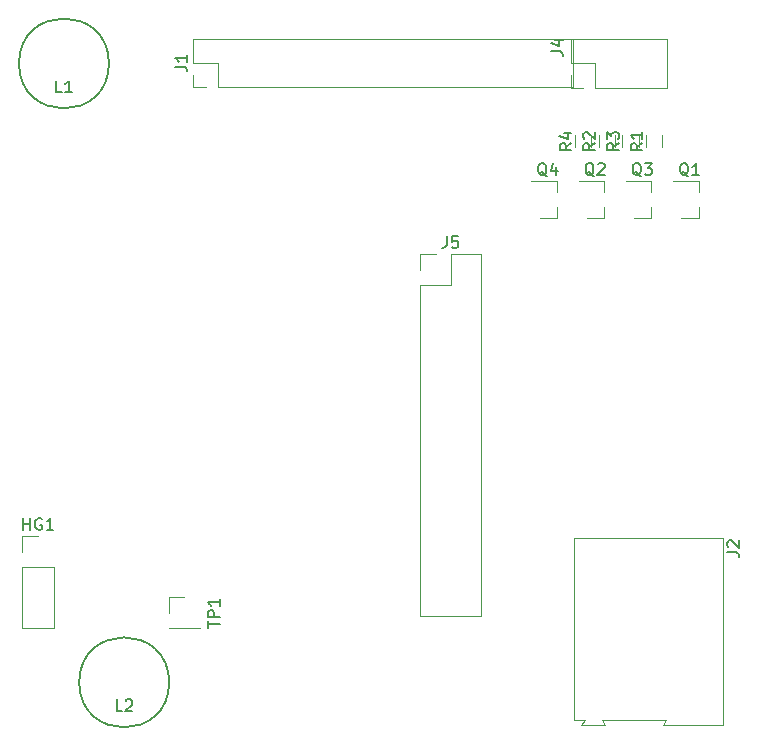
<source format=gto>
G04 #@! TF.FileFunction,Legend,Top*
%FSLAX46Y46*%
G04 Gerber Fmt 4.6, Leading zero omitted, Abs format (unit mm)*
G04 Created by KiCad (PCBNEW 4.0.6) date 04/04/18 23:00:04*
%MOMM*%
%LPD*%
G01*
G04 APERTURE LIST*
%ADD10C,0.100000*%
%ADD11C,0.120000*%
%ADD12C,0.150000*%
G04 APERTURE END LIST*
D10*
D11*
X46870000Y9370000D02*
X49530000Y9370000D01*
X46870000Y9430000D02*
X46870000Y9370000D01*
X49530000Y9430000D02*
X49530000Y9370000D01*
X46870000Y9430000D02*
X49530000Y9430000D01*
X46870000Y10700000D02*
X46870000Y12030000D01*
X46870000Y12030000D02*
X48200000Y12030000D01*
X93760000Y17050000D02*
X81160000Y17050000D01*
X81160000Y17050000D02*
X81160000Y1650000D01*
X81160000Y1650000D02*
X82110000Y1650000D01*
X82110000Y1650000D02*
X81810000Y1150000D01*
X81810000Y1150000D02*
X83810000Y1150000D01*
X83810000Y1150000D02*
X83560000Y1650000D01*
X83560000Y1650000D02*
X88960000Y1650000D01*
X88960000Y1650000D02*
X88710000Y1150000D01*
X88710000Y1150000D02*
X93760000Y1150000D01*
X93760000Y1150000D02*
X93760000Y17050000D01*
X68130000Y10430000D02*
X73330000Y10430000D01*
X68130000Y38430000D02*
X68130000Y10430000D01*
X73330000Y41030000D02*
X73330000Y10430000D01*
X68130000Y38430000D02*
X70730000Y38430000D01*
X70730000Y38430000D02*
X70730000Y41030000D01*
X70730000Y41030000D02*
X73330000Y41030000D01*
X68130000Y39700000D02*
X68130000Y41030000D01*
X68130000Y41030000D02*
X69460000Y41030000D01*
X81085000Y55190000D02*
X81085000Y59310000D01*
X51025000Y55190000D02*
X81085000Y55190000D01*
X48965000Y59310000D02*
X81085000Y59310000D01*
X51025000Y55190000D02*
X51025000Y57250000D01*
X51025000Y57250000D02*
X48965000Y57250000D01*
X48965000Y57250000D02*
X48965000Y59310000D01*
X50025000Y55190000D02*
X48965000Y55190000D01*
X48965000Y55190000D02*
X48965000Y56250000D01*
X89029857Y55143413D02*
X89029857Y59263413D01*
X82969857Y55143413D02*
X89029857Y55143413D01*
X80909857Y59263413D02*
X89029857Y59263413D01*
X82969857Y55143413D02*
X82969857Y57203413D01*
X82969857Y57203413D02*
X80909857Y57203413D01*
X80909857Y57203413D02*
X80909857Y59263413D01*
X81969857Y55143413D02*
X80909857Y55143413D01*
X80909857Y55143413D02*
X80909857Y56203413D01*
D12*
X41810000Y57200000D02*
G75*
G03X41810000Y57200000I-3810000J0D01*
G01*
X46910000Y4800000D02*
G75*
G03X46910000Y4800000I-3810000J0D01*
G01*
D11*
X34470000Y9430000D02*
X37130000Y9430000D01*
X34470000Y14570000D02*
X34470000Y9430000D01*
X37130000Y14570000D02*
X37130000Y9430000D01*
X34470000Y14570000D02*
X37130000Y14570000D01*
X34470000Y15840000D02*
X34470000Y17170000D01*
X34470000Y17170000D02*
X35800000Y17170000D01*
X91729857Y44123413D02*
X91729857Y45053413D01*
X91729857Y47283413D02*
X91729857Y46353413D01*
X91729857Y47283413D02*
X89569857Y47283413D01*
X91729857Y44123413D02*
X90269857Y44123413D01*
X83729857Y44123413D02*
X83729857Y45053413D01*
X83729857Y47283413D02*
X83729857Y46353413D01*
X83729857Y47283413D02*
X81569857Y47283413D01*
X83729857Y44123413D02*
X82269857Y44123413D01*
X87729857Y44123413D02*
X87729857Y45053413D01*
X87729857Y47283413D02*
X87729857Y46353413D01*
X87729857Y47283413D02*
X85569857Y47283413D01*
X87729857Y44123413D02*
X86269857Y44123413D01*
X79729857Y44123413D02*
X79729857Y45053413D01*
X79729857Y47283413D02*
X79729857Y46353413D01*
X79729857Y47283413D02*
X77569857Y47283413D01*
X79729857Y44123413D02*
X78269857Y44123413D01*
X88649857Y51103414D02*
X88649857Y50103414D01*
X87289857Y50103414D02*
X87289857Y51103414D01*
X84649857Y51103414D02*
X84649857Y50103414D01*
X83289857Y50103414D02*
X83289857Y51103414D01*
X86649857Y51103414D02*
X86649857Y50103414D01*
X85289857Y50103414D02*
X85289857Y51103414D01*
X82649857Y51103414D02*
X82649857Y50103414D01*
X81289857Y50103414D02*
X81289857Y51103414D01*
D12*
X50172381Y9420095D02*
X50172381Y9991524D01*
X51172381Y9705809D02*
X50172381Y9705809D01*
X51172381Y10324857D02*
X50172381Y10324857D01*
X50172381Y10705810D01*
X50220000Y10801048D01*
X50267619Y10848667D01*
X50362857Y10896286D01*
X50505714Y10896286D01*
X50600952Y10848667D01*
X50648571Y10801048D01*
X50696190Y10705810D01*
X50696190Y10324857D01*
X51172381Y11848667D02*
X51172381Y11277238D01*
X51172381Y11562952D02*
X50172381Y11562952D01*
X50315238Y11467714D01*
X50410476Y11372476D01*
X50458095Y11277238D01*
X94162381Y15816667D02*
X94876667Y15816667D01*
X95019524Y15769047D01*
X95114762Y15673809D01*
X95162381Y15530952D01*
X95162381Y15435714D01*
X94257619Y16245238D02*
X94210000Y16292857D01*
X94162381Y16388095D01*
X94162381Y16626191D01*
X94210000Y16721429D01*
X94257619Y16769048D01*
X94352857Y16816667D01*
X94448095Y16816667D01*
X94590952Y16769048D01*
X95162381Y16197619D01*
X95162381Y16816667D01*
X70396667Y42577619D02*
X70396667Y41863333D01*
X70349047Y41720476D01*
X70253809Y41625238D01*
X70110952Y41577619D01*
X70015714Y41577619D01*
X71349048Y42577619D02*
X70872857Y42577619D01*
X70825238Y42101429D01*
X70872857Y42149048D01*
X70968095Y42196667D01*
X71206191Y42196667D01*
X71301429Y42149048D01*
X71349048Y42101429D01*
X71396667Y42006190D01*
X71396667Y41768095D01*
X71349048Y41672857D01*
X71301429Y41625238D01*
X71206191Y41577619D01*
X70968095Y41577619D01*
X70872857Y41625238D01*
X70825238Y41672857D01*
X47417381Y56916667D02*
X48131667Y56916667D01*
X48274524Y56869047D01*
X48369762Y56773809D01*
X48417381Y56630952D01*
X48417381Y56535714D01*
X48417381Y57916667D02*
X48417381Y57345238D01*
X48417381Y57630952D02*
X47417381Y57630952D01*
X47560238Y57535714D01*
X47655476Y57440476D01*
X47703095Y57345238D01*
X79256238Y58238080D02*
X79970524Y58238080D01*
X80113381Y58190460D01*
X80208619Y58095222D01*
X80256238Y57952365D01*
X80256238Y57857127D01*
X79589571Y59142842D02*
X80256238Y59142842D01*
X79208619Y58904746D02*
X79922905Y58666651D01*
X79922905Y59285699D01*
X37833334Y54748639D02*
X37357143Y54748639D01*
X37357143Y55748639D01*
X38690477Y54748639D02*
X38119048Y54748639D01*
X38404762Y54748639D02*
X38404762Y55748639D01*
X38309524Y55605782D01*
X38214286Y55510544D01*
X38119048Y55462925D01*
X42933334Y2348639D02*
X42457143Y2348639D01*
X42457143Y3348639D01*
X43219048Y3253401D02*
X43266667Y3301020D01*
X43361905Y3348639D01*
X43600001Y3348639D01*
X43695239Y3301020D01*
X43742858Y3253401D01*
X43790477Y3158163D01*
X43790477Y3062925D01*
X43742858Y2920068D01*
X43171429Y2348639D01*
X43790477Y2348639D01*
X34538095Y17717619D02*
X34538095Y18717619D01*
X34538095Y18241429D02*
X35109524Y18241429D01*
X35109524Y17717619D02*
X35109524Y18717619D01*
X36109524Y18670000D02*
X36014286Y18717619D01*
X35871429Y18717619D01*
X35728571Y18670000D01*
X35633333Y18574762D01*
X35585714Y18479524D01*
X35538095Y18289048D01*
X35538095Y18146190D01*
X35585714Y17955714D01*
X35633333Y17860476D01*
X35728571Y17765238D01*
X35871429Y17717619D01*
X35966667Y17717619D01*
X36109524Y17765238D01*
X36157143Y17812857D01*
X36157143Y18146190D01*
X35966667Y18146190D01*
X37109524Y17717619D02*
X36538095Y17717619D01*
X36823809Y17717619D02*
X36823809Y18717619D01*
X36728571Y18574762D01*
X36633333Y18479524D01*
X36538095Y18431905D01*
X90874619Y47655794D02*
X90779381Y47703413D01*
X90684143Y47798651D01*
X90541286Y47941508D01*
X90446047Y47989127D01*
X90350809Y47989127D01*
X90398428Y47751032D02*
X90303190Y47798651D01*
X90207952Y47893889D01*
X90160333Y48084365D01*
X90160333Y48417699D01*
X90207952Y48608175D01*
X90303190Y48703413D01*
X90398428Y48751032D01*
X90588905Y48751032D01*
X90684143Y48703413D01*
X90779381Y48608175D01*
X90827000Y48417699D01*
X90827000Y48084365D01*
X90779381Y47893889D01*
X90684143Y47798651D01*
X90588905Y47751032D01*
X90398428Y47751032D01*
X91779381Y47751032D02*
X91207952Y47751032D01*
X91493666Y47751032D02*
X91493666Y48751032D01*
X91398428Y48608175D01*
X91303190Y48512937D01*
X91207952Y48465318D01*
X82874619Y47655794D02*
X82779381Y47703413D01*
X82684143Y47798651D01*
X82541286Y47941508D01*
X82446047Y47989127D01*
X82350809Y47989127D01*
X82398428Y47751032D02*
X82303190Y47798651D01*
X82207952Y47893889D01*
X82160333Y48084365D01*
X82160333Y48417699D01*
X82207952Y48608175D01*
X82303190Y48703413D01*
X82398428Y48751032D01*
X82588905Y48751032D01*
X82684143Y48703413D01*
X82779381Y48608175D01*
X82827000Y48417699D01*
X82827000Y48084365D01*
X82779381Y47893889D01*
X82684143Y47798651D01*
X82588905Y47751032D01*
X82398428Y47751032D01*
X83207952Y48655794D02*
X83255571Y48703413D01*
X83350809Y48751032D01*
X83588905Y48751032D01*
X83684143Y48703413D01*
X83731762Y48655794D01*
X83779381Y48560556D01*
X83779381Y48465318D01*
X83731762Y48322461D01*
X83160333Y47751032D01*
X83779381Y47751032D01*
X86874619Y47655794D02*
X86779381Y47703413D01*
X86684143Y47798651D01*
X86541286Y47941508D01*
X86446047Y47989127D01*
X86350809Y47989127D01*
X86398428Y47751032D02*
X86303190Y47798651D01*
X86207952Y47893889D01*
X86160333Y48084365D01*
X86160333Y48417699D01*
X86207952Y48608175D01*
X86303190Y48703413D01*
X86398428Y48751032D01*
X86588905Y48751032D01*
X86684143Y48703413D01*
X86779381Y48608175D01*
X86827000Y48417699D01*
X86827000Y48084365D01*
X86779381Y47893889D01*
X86684143Y47798651D01*
X86588905Y47751032D01*
X86398428Y47751032D01*
X87160333Y48751032D02*
X87779381Y48751032D01*
X87446047Y48370080D01*
X87588905Y48370080D01*
X87684143Y48322461D01*
X87731762Y48274842D01*
X87779381Y48179603D01*
X87779381Y47941508D01*
X87731762Y47846270D01*
X87684143Y47798651D01*
X87588905Y47751032D01*
X87303190Y47751032D01*
X87207952Y47798651D01*
X87160333Y47846270D01*
X78874619Y47655794D02*
X78779381Y47703413D01*
X78684143Y47798651D01*
X78541286Y47941508D01*
X78446047Y47989127D01*
X78350809Y47989127D01*
X78398428Y47751032D02*
X78303190Y47798651D01*
X78207952Y47893889D01*
X78160333Y48084365D01*
X78160333Y48417699D01*
X78207952Y48608175D01*
X78303190Y48703413D01*
X78398428Y48751032D01*
X78588905Y48751032D01*
X78684143Y48703413D01*
X78779381Y48608175D01*
X78827000Y48417699D01*
X78827000Y48084365D01*
X78779381Y47893889D01*
X78684143Y47798651D01*
X78588905Y47751032D01*
X78398428Y47751032D01*
X79684143Y48417699D02*
X79684143Y47751032D01*
X79446047Y48798651D02*
X79207952Y48084365D01*
X79827000Y48084365D01*
X86972238Y50436748D02*
X86496047Y50103414D01*
X86972238Y49865319D02*
X85972238Y49865319D01*
X85972238Y50246272D01*
X86019857Y50341510D01*
X86067476Y50389129D01*
X86162714Y50436748D01*
X86305571Y50436748D01*
X86400809Y50389129D01*
X86448428Y50341510D01*
X86496047Y50246272D01*
X86496047Y49865319D01*
X86972238Y51389129D02*
X86972238Y50817700D01*
X86972238Y51103414D02*
X85972238Y51103414D01*
X86115095Y51008176D01*
X86210333Y50912938D01*
X86257952Y50817700D01*
X82972238Y50436748D02*
X82496047Y50103414D01*
X82972238Y49865319D02*
X81972238Y49865319D01*
X81972238Y50246272D01*
X82019857Y50341510D01*
X82067476Y50389129D01*
X82162714Y50436748D01*
X82305571Y50436748D01*
X82400809Y50389129D01*
X82448428Y50341510D01*
X82496047Y50246272D01*
X82496047Y49865319D01*
X82067476Y50817700D02*
X82019857Y50865319D01*
X81972238Y50960557D01*
X81972238Y51198653D01*
X82019857Y51293891D01*
X82067476Y51341510D01*
X82162714Y51389129D01*
X82257952Y51389129D01*
X82400809Y51341510D01*
X82972238Y50770081D01*
X82972238Y51389129D01*
X84972238Y50436748D02*
X84496047Y50103414D01*
X84972238Y49865319D02*
X83972238Y49865319D01*
X83972238Y50246272D01*
X84019857Y50341510D01*
X84067476Y50389129D01*
X84162714Y50436748D01*
X84305571Y50436748D01*
X84400809Y50389129D01*
X84448428Y50341510D01*
X84496047Y50246272D01*
X84496047Y49865319D01*
X83972238Y50770081D02*
X83972238Y51389129D01*
X84353190Y51055795D01*
X84353190Y51198653D01*
X84400809Y51293891D01*
X84448428Y51341510D01*
X84543667Y51389129D01*
X84781762Y51389129D01*
X84877000Y51341510D01*
X84924619Y51293891D01*
X84972238Y51198653D01*
X84972238Y50912938D01*
X84924619Y50817700D01*
X84877000Y50770081D01*
X80972238Y50436748D02*
X80496047Y50103414D01*
X80972238Y49865319D02*
X79972238Y49865319D01*
X79972238Y50246272D01*
X80019857Y50341510D01*
X80067476Y50389129D01*
X80162714Y50436748D01*
X80305571Y50436748D01*
X80400809Y50389129D01*
X80448428Y50341510D01*
X80496047Y50246272D01*
X80496047Y49865319D01*
X80305571Y51293891D02*
X80972238Y51293891D01*
X79924619Y51055795D02*
X80638905Y50817700D01*
X80638905Y51436748D01*
M02*

</source>
